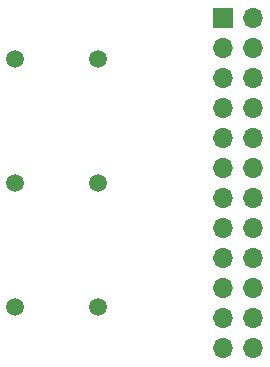
<source format=gbr>
%TF.GenerationSoftware,KiCad,Pcbnew,8.0.3-8.0.3-0~ubuntu23.10.1*%
%TF.CreationDate,2024-08-04T16:00:46-04:00*%
%TF.ProjectId,BandPassFilter,42616e64-5061-4737-9346-696c7465722e,rev?*%
%TF.SameCoordinates,Original*%
%TF.FileFunction,Soldermask,Bot*%
%TF.FilePolarity,Negative*%
%FSLAX46Y46*%
G04 Gerber Fmt 4.6, Leading zero omitted, Abs format (unit mm)*
G04 Created by KiCad (PCBNEW 8.0.3-8.0.3-0~ubuntu23.10.1) date 2024-08-04 16:00:46*
%MOMM*%
%LPD*%
G01*
G04 APERTURE LIST*
%ADD10C,1.500000*%
%ADD11R,1.700000X1.700000*%
%ADD12O,1.700000X1.700000*%
G04 APERTURE END LIST*
D10*
%TO.C,J4*%
X125225000Y-150500000D03*
X132225000Y-150500000D03*
%TD*%
%TO.C,J2*%
X125225000Y-129500000D03*
X132225000Y-129500000D03*
%TD*%
%TO.C,J3*%
X132225000Y-140000000D03*
X125225000Y-140000000D03*
%TD*%
D11*
%TO.C,J1*%
X142850000Y-126025000D03*
D12*
X145390000Y-126025000D03*
X142850000Y-128565000D03*
X145390000Y-128565000D03*
X142850000Y-131105000D03*
X145390000Y-131105000D03*
X142850000Y-133645000D03*
X145390000Y-133645000D03*
X142850000Y-136185000D03*
X145390000Y-136185000D03*
X142850000Y-138725000D03*
X145390000Y-138725000D03*
X142850000Y-141265000D03*
X145390000Y-141265000D03*
X142850000Y-143805000D03*
X145390000Y-143805000D03*
X142850000Y-146345000D03*
X145390000Y-146345000D03*
X142850000Y-148885000D03*
X145390000Y-148885000D03*
X142850000Y-151425000D03*
X145390000Y-151425000D03*
X142850000Y-153965000D03*
X145390000Y-153965000D03*
%TD*%
M02*

</source>
